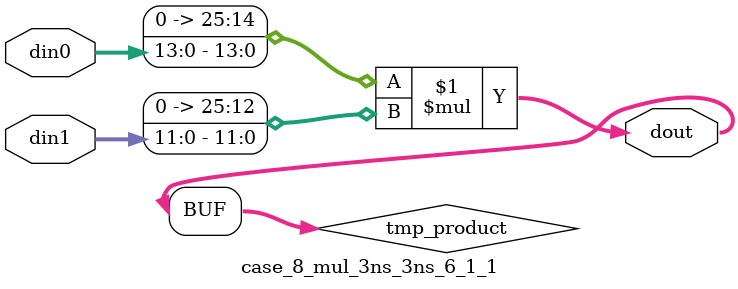
<source format=v>

`timescale 1 ns / 1 ps

 (* use_dsp = "no" *)  module case_8_mul_3ns_3ns_6_1_1(din0, din1, dout);
parameter ID = 1;
parameter NUM_STAGE = 0;
parameter din0_WIDTH = 14;
parameter din1_WIDTH = 12;
parameter dout_WIDTH = 26;

input [din0_WIDTH - 1 : 0] din0; 
input [din1_WIDTH - 1 : 0] din1; 
output [dout_WIDTH - 1 : 0] dout;

wire signed [dout_WIDTH - 1 : 0] tmp_product;
























assign tmp_product = $signed({1'b0, din0}) * $signed({1'b0, din1});











assign dout = tmp_product;





















endmodule

</source>
